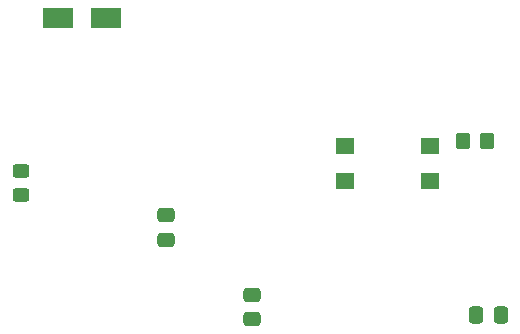
<source format=gbr>
%TF.GenerationSoftware,KiCad,Pcbnew,6.99.0-unknown-3b63ce8a48~154~ubuntu22.04.1*%
%TF.CreationDate,2022-10-12T06:00:40-06:00*%
%TF.ProjectId,PS2_ADB,5053325f-4144-4422-9e6b-696361645f70,rev?*%
%TF.SameCoordinates,Original*%
%TF.FileFunction,Paste,Top*%
%TF.FilePolarity,Positive*%
%FSLAX46Y46*%
G04 Gerber Fmt 4.6, Leading zero omitted, Abs format (unit mm)*
G04 Created by KiCad (PCBNEW 6.99.0-unknown-3b63ce8a48~154~ubuntu22.04.1) date 2022-10-12 06:00:40*
%MOMM*%
%LPD*%
G01*
G04 APERTURE LIST*
G04 Aperture macros list*
%AMRoundRect*
0 Rectangle with rounded corners*
0 $1 Rounding radius*
0 $2 $3 $4 $5 $6 $7 $8 $9 X,Y pos of 4 corners*
0 Add a 4 corners polygon primitive as box body*
4,1,4,$2,$3,$4,$5,$6,$7,$8,$9,$2,$3,0*
0 Add four circle primitives for the rounded corners*
1,1,$1+$1,$2,$3*
1,1,$1+$1,$4,$5*
1,1,$1+$1,$6,$7*
1,1,$1+$1,$8,$9*
0 Add four rect primitives between the rounded corners*
20,1,$1+$1,$2,$3,$4,$5,0*
20,1,$1+$1,$4,$5,$6,$7,0*
20,1,$1+$1,$6,$7,$8,$9,0*
20,1,$1+$1,$8,$9,$2,$3,0*%
G04 Aperture macros list end*
%ADD10RoundRect,0.250000X-0.450000X0.325000X-0.450000X-0.325000X0.450000X-0.325000X0.450000X0.325000X0*%
%ADD11RoundRect,0.250000X-0.475000X0.337500X-0.475000X-0.337500X0.475000X-0.337500X0.475000X0.337500X0*%
%ADD12R,1.600000X1.400000*%
%ADD13RoundRect,0.250000X-0.350000X-0.450000X0.350000X-0.450000X0.350000X0.450000X-0.350000X0.450000X0*%
%ADD14R,2.500000X1.800000*%
%ADD15RoundRect,0.250000X0.337500X0.475000X-0.337500X0.475000X-0.337500X-0.475000X0.337500X-0.475000X0*%
G04 APERTURE END LIST*
D10*
%TO.C,F1*%
X140600000Y-100200000D03*
X140600000Y-102250000D03*
%TD*%
D11*
%TO.C,C1*%
X152900000Y-104000000D03*
X152900000Y-106075000D03*
%TD*%
D12*
%TO.C,SW1*%
X168099999Y-101099999D03*
X175299999Y-101099999D03*
X175299999Y-98099999D03*
X168099999Y-98099999D03*
%TD*%
D13*
%TO.C,R1*%
X178050000Y-97700000D03*
X180050000Y-97700000D03*
%TD*%
D14*
%TO.C,D2*%
X147799999Y-87299999D03*
X143799999Y-87299999D03*
%TD*%
D11*
%TO.C,C2*%
X160200000Y-110700000D03*
X160200000Y-112775000D03*
%TD*%
D15*
%TO.C,C4*%
X181237500Y-112400000D03*
X179162500Y-112400000D03*
%TD*%
M02*

</source>
